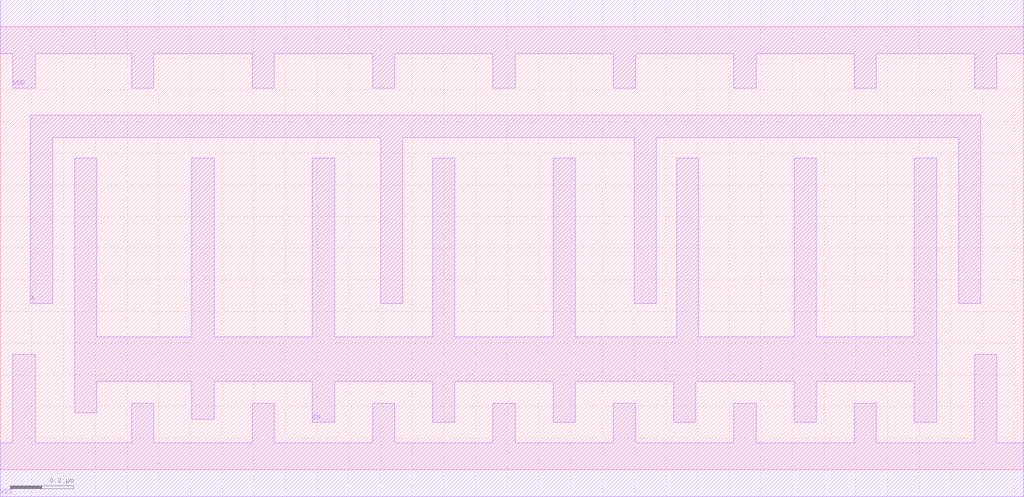
<source format=lef>
# 
# ******************************************************************************
# *                                                                            *
# *                   Copyright (C) 2004-2010, Nangate Inc.                    *
# *                           All rights reserved.                             *
# *                                                                            *
# * Nangate and the Nangate logo are trademarks of Nangate Inc.                *
# *                                                                            *
# * All trademarks, logos, software marks, and trade names (collectively the   *
# * "Marks") in this program are proprietary to Nangate or other respective    *
# * owners that have granted Nangate the right and license to use such Marks.  *
# * You are not permitted to use the Marks without the prior written consent   *
# * of Nangate or such third party that may own the Marks.                     *
# *                                                                            *
# * This file has been provided pursuant to a License Agreement containing     *
# * restrictions on its use. This file contains valuable trade secrets and     *
# * proprietary information of Nangate Inc., and is protected by U.S. and      *
# * international laws and/or treaties.                                        *
# *                                                                            *
# * The copyright notice(s) in this file does not indicate actual or intended  *
# * publication of this file.                                                  *
# *                                                                            *
# *     NGLibraryCreator, v2010.08-HR32-SP3-2010-08-05 - build 1009061800      *
# *                                                                            *
# ******************************************************************************
# 
# 
# Running on brazil06.nangate.com.br for user Giancarlo Franciscatto (gfr).
# Local time is now Fri, 3 Dec 2010, 19:32:18.
# Main process id is 27821.

VERSION 5.6 ;
BUSBITCHARS "[]" ;
DIVIDERCHAR "/" ;

MACRO INV_X16
  CLASS core ;
  FOREIGN INV_X16 0.0 0.0 ;
  ORIGIN 0 0 ;
  SYMMETRY X Y ;
  SITE FreePDK45_38x28_10R_NP_162NW_34O ;
  SIZE 3.23 BY 1.4 ;
  PIN A
    DIRECTION INPUT ;
    ANTENNAPARTIALMETALAREA 0.357 LAYER metal1 ;
    ANTENNAPARTIALMETALSIDEAREA 1.3442 LAYER metal1 ;
    ANTENNAGATEAREA 0.836 ;
    PORT
      LAYER metal1 ;
        POLYGON 0.095 0.525 0.165 0.525 0.165 1.05 1.2 1.05 1.2 0.525 1.27 0.525 1.27 1.05 2 1.05 2 0.525 2.07 0.525 2.07 1.05 3.025 1.05 3.025 0.525 3.095 0.525 3.095 1.12 0.095 1.12  ;
    END
  END A
  PIN ZN
    DIRECTION OUTPUT ;
    ANTENNAPARTIALMETALAREA 0.7672 LAYER metal1 ;
    ANTENNAPARTIALMETALSIDEAREA 2.1788 LAYER metal1 ;
    ANTENNADIFFAREA 1.1704 ;
    PORT
      LAYER metal1 ;
        POLYGON 0.235 0.18 0.305 0.18 0.305 0.28 0.605 0.28 0.605 0.16 0.675 0.16 0.675 0.28 0.985 0.28 0.985 0.15 1.055 0.15 1.055 0.28 1.365 0.28 1.365 0.15 1.435 0.15 1.435 0.28 1.745 0.28 1.745 0.15 1.815 0.15 1.815 0.28 2.125 0.28 2.125 0.15 2.195 0.15 2.195 0.28 2.505 0.28 2.505 0.15 2.575 0.15 2.575 0.28 2.885 0.28 2.885 0.15 2.955 0.15 2.955 0.985 2.885 0.985 2.885 0.42 2.575 0.42 2.575 0.985 2.505 0.985 2.505 0.42 2.205 0.42 2.205 0.985 2.135 0.985 2.135 0.42 1.815 0.42 1.815 0.985 1.745 0.985 1.745 0.42 1.435 0.42 1.435 0.985 1.365 0.985 1.365 0.42 1.055 0.42 1.055 0.985 0.985 0.985 0.985 0.42 0.675 0.42 0.675 0.985 0.605 0.985 0.605 0.42 0.305 0.42 0.305 0.985 0.235 0.985  ;
    END
  END ZN
  PIN VDD
    DIRECTION INOUT ;
    USE power ;
    SHAPE ABUTMENT ;
    PORT
      LAYER metal1 ;
        POLYGON 0 1.315 0.04 1.315 0.04 1.205 0.11 1.205 0.11 1.315 0.415 1.315 0.415 1.205 0.485 1.205 0.485 1.315 0.795 1.315 0.795 1.205 0.865 1.205 0.865 1.315 1.175 1.315 1.175 1.205 1.245 1.205 1.245 1.315 1.555 1.315 1.555 1.205 1.625 1.205 1.625 1.315 1.935 1.315 1.935 1.205 2.005 1.205 2.005 1.315 2.315 1.315 2.315 1.205 2.385 1.205 2.385 1.315 2.695 1.315 2.695 1.205 2.765 1.205 2.765 1.315 3.075 1.315 3.075 1.205 3.145 1.205 3.145 1.315 3.23 1.315 3.23 1.485 0 1.485  ;
    END
  END VDD
  PIN VSS
    DIRECTION INOUT ;
    USE ground ;
    SHAPE ABUTMENT ;
    PORT
      LAYER metal1 ;
        POLYGON 0 -0.085 3.23 -0.085 3.23 0.085 3.145 0.085 3.145 0.365 3.075 0.365 3.075 0.085 2.765 0.085 2.765 0.21 2.695 0.21 2.695 0.085 2.385 0.085 2.385 0.21 2.315 0.21 2.315 0.085 2.005 0.085 2.005 0.21 1.935 0.21 1.935 0.085 1.625 0.085 1.625 0.21 1.555 0.21 1.555 0.085 1.245 0.085 1.245 0.21 1.175 0.21 1.175 0.085 0.865 0.085 0.865 0.21 0.795 0.21 0.795 0.085 0.485 0.085 0.485 0.21 0.415 0.21 0.415 0.085 0.11 0.085 0.11 0.365 0.04 0.365 0.04 0.085 0 0.085  ;
    END
  END VSS
END INV_X16

END LIBRARY
#
# End of file
#

</source>
